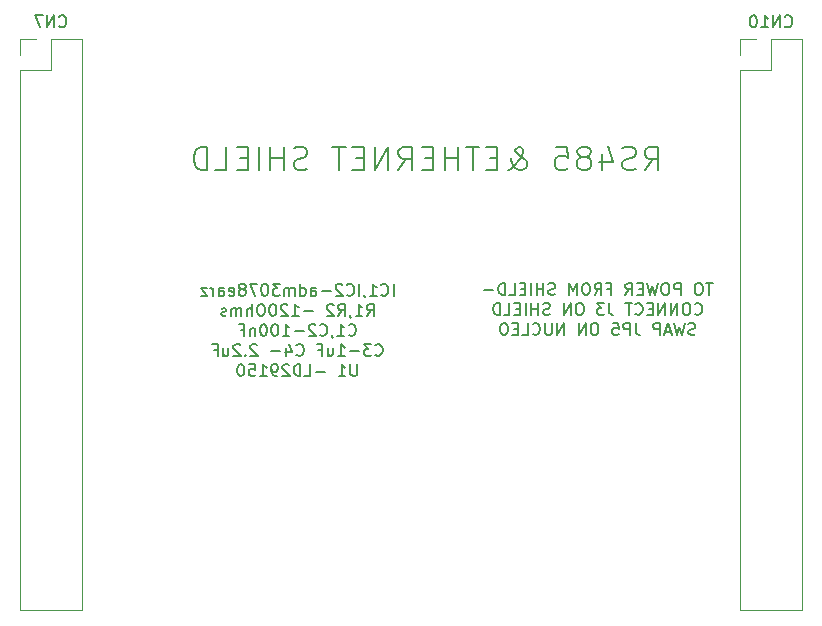
<source format=gbo>
G04 #@! TF.GenerationSoftware,KiCad,Pcbnew,(5.1.10)-1*
G04 #@! TF.CreationDate,2021-07-06T11:56:46+05:30*
G04 #@! TF.ProjectId,STM_Morpho,53544d5f-4d6f-4727-9068-6f2e6b696361,rev?*
G04 #@! TF.SameCoordinates,PX7bfa480PY7270e00*
G04 #@! TF.FileFunction,Legend,Bot*
G04 #@! TF.FilePolarity,Positive*
%FSLAX46Y46*%
G04 Gerber Fmt 4.6, Leading zero omitted, Abs format (unit mm)*
G04 Created by KiCad (PCBNEW (5.1.10)-1) date 2021-07-06 11:56:46*
%MOMM*%
%LPD*%
G01*
G04 APERTURE LIST*
%ADD10C,0.200000*%
%ADD11C,0.120000*%
G04 APERTURE END LIST*
D10*
X60538095Y29425620D02*
X59966666Y29425620D01*
X60252380Y28425620D02*
X60252380Y29425620D01*
X59442857Y29425620D02*
X59252380Y29425620D01*
X59157142Y29378000D01*
X59061904Y29282762D01*
X59014285Y29092286D01*
X59014285Y28758953D01*
X59061904Y28568477D01*
X59157142Y28473239D01*
X59252380Y28425620D01*
X59442857Y28425620D01*
X59538095Y28473239D01*
X59633333Y28568477D01*
X59680952Y28758953D01*
X59680952Y29092286D01*
X59633333Y29282762D01*
X59538095Y29378000D01*
X59442857Y29425620D01*
X57823809Y28425620D02*
X57823809Y29425620D01*
X57442857Y29425620D01*
X57347619Y29378000D01*
X57300000Y29330381D01*
X57252380Y29235143D01*
X57252380Y29092286D01*
X57300000Y28997048D01*
X57347619Y28949429D01*
X57442857Y28901810D01*
X57823809Y28901810D01*
X56633333Y29425620D02*
X56442857Y29425620D01*
X56347619Y29378000D01*
X56252380Y29282762D01*
X56204761Y29092286D01*
X56204761Y28758953D01*
X56252380Y28568477D01*
X56347619Y28473239D01*
X56442857Y28425620D01*
X56633333Y28425620D01*
X56728571Y28473239D01*
X56823809Y28568477D01*
X56871428Y28758953D01*
X56871428Y29092286D01*
X56823809Y29282762D01*
X56728571Y29378000D01*
X56633333Y29425620D01*
X55871428Y29425620D02*
X55633333Y28425620D01*
X55442857Y29139905D01*
X55252380Y28425620D01*
X55014285Y29425620D01*
X54633333Y28949429D02*
X54300000Y28949429D01*
X54157142Y28425620D02*
X54633333Y28425620D01*
X54633333Y29425620D01*
X54157142Y29425620D01*
X53157142Y28425620D02*
X53490476Y28901810D01*
X53728571Y28425620D02*
X53728571Y29425620D01*
X53347619Y29425620D01*
X53252380Y29378000D01*
X53204761Y29330381D01*
X53157142Y29235143D01*
X53157142Y29092286D01*
X53204761Y28997048D01*
X53252380Y28949429D01*
X53347619Y28901810D01*
X53728571Y28901810D01*
X51633333Y28949429D02*
X51966666Y28949429D01*
X51966666Y28425620D02*
X51966666Y29425620D01*
X51490476Y29425620D01*
X50538095Y28425620D02*
X50871428Y28901810D01*
X51109523Y28425620D02*
X51109523Y29425620D01*
X50728571Y29425620D01*
X50633333Y29378000D01*
X50585714Y29330381D01*
X50538095Y29235143D01*
X50538095Y29092286D01*
X50585714Y28997048D01*
X50633333Y28949429D01*
X50728571Y28901810D01*
X51109523Y28901810D01*
X49919047Y29425620D02*
X49728571Y29425620D01*
X49633333Y29378000D01*
X49538095Y29282762D01*
X49490476Y29092286D01*
X49490476Y28758953D01*
X49538095Y28568477D01*
X49633333Y28473239D01*
X49728571Y28425620D01*
X49919047Y28425620D01*
X50014285Y28473239D01*
X50109523Y28568477D01*
X50157142Y28758953D01*
X50157142Y29092286D01*
X50109523Y29282762D01*
X50014285Y29378000D01*
X49919047Y29425620D01*
X49061904Y28425620D02*
X49061904Y29425620D01*
X48728571Y28711334D01*
X48395238Y29425620D01*
X48395238Y28425620D01*
X47204761Y28473239D02*
X47061904Y28425620D01*
X46823809Y28425620D01*
X46728571Y28473239D01*
X46680952Y28520858D01*
X46633333Y28616096D01*
X46633333Y28711334D01*
X46680952Y28806572D01*
X46728571Y28854191D01*
X46823809Y28901810D01*
X47014285Y28949429D01*
X47109523Y28997048D01*
X47157142Y29044667D01*
X47204761Y29139905D01*
X47204761Y29235143D01*
X47157142Y29330381D01*
X47109523Y29378000D01*
X47014285Y29425620D01*
X46776190Y29425620D01*
X46633333Y29378000D01*
X46204761Y28425620D02*
X46204761Y29425620D01*
X46204761Y28949429D02*
X45633333Y28949429D01*
X45633333Y28425620D02*
X45633333Y29425620D01*
X45157142Y28425620D02*
X45157142Y29425620D01*
X44680952Y28949429D02*
X44347619Y28949429D01*
X44204761Y28425620D02*
X44680952Y28425620D01*
X44680952Y29425620D01*
X44204761Y29425620D01*
X43300000Y28425620D02*
X43776190Y28425620D01*
X43776190Y29425620D01*
X42966666Y28425620D02*
X42966666Y29425620D01*
X42728571Y29425620D01*
X42585714Y29378000D01*
X42490476Y29282762D01*
X42442857Y29187524D01*
X42395238Y28997048D01*
X42395238Y28854191D01*
X42442857Y28663715D01*
X42490476Y28568477D01*
X42585714Y28473239D01*
X42728571Y28425620D01*
X42966666Y28425620D01*
X41966666Y28806572D02*
X41204761Y28806572D01*
X59038095Y26820858D02*
X59085714Y26773239D01*
X59228571Y26725620D01*
X59323809Y26725620D01*
X59466666Y26773239D01*
X59561904Y26868477D01*
X59609523Y26963715D01*
X59657142Y27154191D01*
X59657142Y27297048D01*
X59609523Y27487524D01*
X59561904Y27582762D01*
X59466666Y27678000D01*
X59323809Y27725620D01*
X59228571Y27725620D01*
X59085714Y27678000D01*
X59038095Y27630381D01*
X58419047Y27725620D02*
X58228571Y27725620D01*
X58133333Y27678000D01*
X58038095Y27582762D01*
X57990476Y27392286D01*
X57990476Y27058953D01*
X58038095Y26868477D01*
X58133333Y26773239D01*
X58228571Y26725620D01*
X58419047Y26725620D01*
X58514285Y26773239D01*
X58609523Y26868477D01*
X58657142Y27058953D01*
X58657142Y27392286D01*
X58609523Y27582762D01*
X58514285Y27678000D01*
X58419047Y27725620D01*
X57561904Y26725620D02*
X57561904Y27725620D01*
X56990476Y26725620D01*
X56990476Y27725620D01*
X56514285Y26725620D02*
X56514285Y27725620D01*
X55942857Y26725620D01*
X55942857Y27725620D01*
X55466666Y27249429D02*
X55133333Y27249429D01*
X54990476Y26725620D02*
X55466666Y26725620D01*
X55466666Y27725620D01*
X54990476Y27725620D01*
X53990476Y26820858D02*
X54038095Y26773239D01*
X54180952Y26725620D01*
X54276190Y26725620D01*
X54419047Y26773239D01*
X54514285Y26868477D01*
X54561904Y26963715D01*
X54609523Y27154191D01*
X54609523Y27297048D01*
X54561904Y27487524D01*
X54514285Y27582762D01*
X54419047Y27678000D01*
X54276190Y27725620D01*
X54180952Y27725620D01*
X54038095Y27678000D01*
X53990476Y27630381D01*
X53704761Y27725620D02*
X53133333Y27725620D01*
X53419047Y26725620D02*
X53419047Y27725620D01*
X51752380Y27725620D02*
X51752380Y27011334D01*
X51800000Y26868477D01*
X51895238Y26773239D01*
X52038095Y26725620D01*
X52133333Y26725620D01*
X51371428Y27725620D02*
X50752380Y27725620D01*
X51085714Y27344667D01*
X50942857Y27344667D01*
X50847619Y27297048D01*
X50800000Y27249429D01*
X50752380Y27154191D01*
X50752380Y26916096D01*
X50800000Y26820858D01*
X50847619Y26773239D01*
X50942857Y26725620D01*
X51228571Y26725620D01*
X51323809Y26773239D01*
X51371428Y26820858D01*
X49371428Y27725620D02*
X49180952Y27725620D01*
X49085714Y27678000D01*
X48990476Y27582762D01*
X48942857Y27392286D01*
X48942857Y27058953D01*
X48990476Y26868477D01*
X49085714Y26773239D01*
X49180952Y26725620D01*
X49371428Y26725620D01*
X49466666Y26773239D01*
X49561904Y26868477D01*
X49609523Y27058953D01*
X49609523Y27392286D01*
X49561904Y27582762D01*
X49466666Y27678000D01*
X49371428Y27725620D01*
X48514285Y26725620D02*
X48514285Y27725620D01*
X47942857Y26725620D01*
X47942857Y27725620D01*
X46752380Y26773239D02*
X46609523Y26725620D01*
X46371428Y26725620D01*
X46276190Y26773239D01*
X46228571Y26820858D01*
X46180952Y26916096D01*
X46180952Y27011334D01*
X46228571Y27106572D01*
X46276190Y27154191D01*
X46371428Y27201810D01*
X46561904Y27249429D01*
X46657142Y27297048D01*
X46704761Y27344667D01*
X46752380Y27439905D01*
X46752380Y27535143D01*
X46704761Y27630381D01*
X46657142Y27678000D01*
X46561904Y27725620D01*
X46323809Y27725620D01*
X46180952Y27678000D01*
X45752380Y26725620D02*
X45752380Y27725620D01*
X45752380Y27249429D02*
X45180952Y27249429D01*
X45180952Y26725620D02*
X45180952Y27725620D01*
X44704761Y26725620D02*
X44704761Y27725620D01*
X44228571Y27249429D02*
X43895238Y27249429D01*
X43752380Y26725620D02*
X44228571Y26725620D01*
X44228571Y27725620D01*
X43752380Y27725620D01*
X42847619Y26725620D02*
X43323809Y26725620D01*
X43323809Y27725620D01*
X42514285Y26725620D02*
X42514285Y27725620D01*
X42276190Y27725620D01*
X42133333Y27678000D01*
X42038095Y27582762D01*
X41990476Y27487524D01*
X41942857Y27297048D01*
X41942857Y27154191D01*
X41990476Y26963715D01*
X42038095Y26868477D01*
X42133333Y26773239D01*
X42276190Y26725620D01*
X42514285Y26725620D01*
X59061904Y25073239D02*
X58919047Y25025620D01*
X58680952Y25025620D01*
X58585714Y25073239D01*
X58538095Y25120858D01*
X58490476Y25216096D01*
X58490476Y25311334D01*
X58538095Y25406572D01*
X58585714Y25454191D01*
X58680952Y25501810D01*
X58871428Y25549429D01*
X58966666Y25597048D01*
X59014285Y25644667D01*
X59061904Y25739905D01*
X59061904Y25835143D01*
X59014285Y25930381D01*
X58966666Y25978000D01*
X58871428Y26025620D01*
X58633333Y26025620D01*
X58490476Y25978000D01*
X58157142Y26025620D02*
X57919047Y25025620D01*
X57728571Y25739905D01*
X57538095Y25025620D01*
X57300000Y26025620D01*
X56966666Y25311334D02*
X56490476Y25311334D01*
X57061904Y25025620D02*
X56728571Y26025620D01*
X56395238Y25025620D01*
X56061904Y25025620D02*
X56061904Y26025620D01*
X55680952Y26025620D01*
X55585714Y25978000D01*
X55538095Y25930381D01*
X55490476Y25835143D01*
X55490476Y25692286D01*
X55538095Y25597048D01*
X55585714Y25549429D01*
X55680952Y25501810D01*
X56061904Y25501810D01*
X54014285Y26025620D02*
X54014285Y25311334D01*
X54061904Y25168477D01*
X54157142Y25073239D01*
X54300000Y25025620D01*
X54395238Y25025620D01*
X53538095Y25025620D02*
X53538095Y26025620D01*
X53157142Y26025620D01*
X53061904Y25978000D01*
X53014285Y25930381D01*
X52966666Y25835143D01*
X52966666Y25692286D01*
X53014285Y25597048D01*
X53061904Y25549429D01*
X53157142Y25501810D01*
X53538095Y25501810D01*
X52061904Y26025620D02*
X52538095Y26025620D01*
X52585714Y25549429D01*
X52538095Y25597048D01*
X52442857Y25644667D01*
X52204761Y25644667D01*
X52109523Y25597048D01*
X52061904Y25549429D01*
X52014285Y25454191D01*
X52014285Y25216096D01*
X52061904Y25120858D01*
X52109523Y25073239D01*
X52204761Y25025620D01*
X52442857Y25025620D01*
X52538095Y25073239D01*
X52585714Y25120858D01*
X50633333Y26025620D02*
X50442857Y26025620D01*
X50347619Y25978000D01*
X50252380Y25882762D01*
X50204761Y25692286D01*
X50204761Y25358953D01*
X50252380Y25168477D01*
X50347619Y25073239D01*
X50442857Y25025620D01*
X50633333Y25025620D01*
X50728571Y25073239D01*
X50823809Y25168477D01*
X50871428Y25358953D01*
X50871428Y25692286D01*
X50823809Y25882762D01*
X50728571Y25978000D01*
X50633333Y26025620D01*
X49776190Y25025620D02*
X49776190Y26025620D01*
X49204761Y25025620D01*
X49204761Y26025620D01*
X47966666Y25025620D02*
X47966666Y26025620D01*
X47395238Y25025620D01*
X47395238Y26025620D01*
X46919047Y26025620D02*
X46919047Y25216096D01*
X46871428Y25120858D01*
X46823809Y25073239D01*
X46728571Y25025620D01*
X46538095Y25025620D01*
X46442857Y25073239D01*
X46395238Y25120858D01*
X46347619Y25216096D01*
X46347619Y26025620D01*
X45300000Y25120858D02*
X45347619Y25073239D01*
X45490476Y25025620D01*
X45585714Y25025620D01*
X45728571Y25073239D01*
X45823809Y25168477D01*
X45871428Y25263715D01*
X45919047Y25454191D01*
X45919047Y25597048D01*
X45871428Y25787524D01*
X45823809Y25882762D01*
X45728571Y25978000D01*
X45585714Y26025620D01*
X45490476Y26025620D01*
X45347619Y25978000D01*
X45300000Y25930381D01*
X44395238Y25025620D02*
X44871428Y25025620D01*
X44871428Y26025620D01*
X44061904Y25549429D02*
X43728571Y25549429D01*
X43585714Y25025620D02*
X44061904Y25025620D01*
X44061904Y26025620D01*
X43585714Y26025620D01*
X42966666Y26025620D02*
X42776190Y26025620D01*
X42680952Y25978000D01*
X42585714Y25882762D01*
X42538095Y25692286D01*
X42538095Y25358953D01*
X42585714Y25168477D01*
X42680952Y25073239D01*
X42776190Y25025620D01*
X42966666Y25025620D01*
X43061904Y25073239D01*
X43157142Y25168477D01*
X43204761Y25358953D01*
X43204761Y25692286D01*
X43157142Y25882762D01*
X43061904Y25978000D01*
X42966666Y26025620D01*
X54798190Y38973239D02*
X55464857Y39925620D01*
X55941047Y38973239D02*
X55941047Y40973239D01*
X55179142Y40973239D01*
X54988666Y40878000D01*
X54893428Y40782762D01*
X54798190Y40592286D01*
X54798190Y40306572D01*
X54893428Y40116096D01*
X54988666Y40020858D01*
X55179142Y39925620D01*
X55941047Y39925620D01*
X54036285Y39068477D02*
X53750571Y38973239D01*
X53274380Y38973239D01*
X53083904Y39068477D01*
X52988666Y39163715D01*
X52893428Y39354191D01*
X52893428Y39544667D01*
X52988666Y39735143D01*
X53083904Y39830381D01*
X53274380Y39925620D01*
X53655333Y40020858D01*
X53845809Y40116096D01*
X53941047Y40211334D01*
X54036285Y40401810D01*
X54036285Y40592286D01*
X53941047Y40782762D01*
X53845809Y40878000D01*
X53655333Y40973239D01*
X53179142Y40973239D01*
X52893428Y40878000D01*
X51179142Y40306572D02*
X51179142Y38973239D01*
X51655333Y41068477D02*
X52131523Y39639905D01*
X50893428Y39639905D01*
X49845809Y40116096D02*
X50036285Y40211334D01*
X50131523Y40306572D01*
X50226761Y40497048D01*
X50226761Y40592286D01*
X50131523Y40782762D01*
X50036285Y40878000D01*
X49845809Y40973239D01*
X49464857Y40973239D01*
X49274380Y40878000D01*
X49179142Y40782762D01*
X49083904Y40592286D01*
X49083904Y40497048D01*
X49179142Y40306572D01*
X49274380Y40211334D01*
X49464857Y40116096D01*
X49845809Y40116096D01*
X50036285Y40020858D01*
X50131523Y39925620D01*
X50226761Y39735143D01*
X50226761Y39354191D01*
X50131523Y39163715D01*
X50036285Y39068477D01*
X49845809Y38973239D01*
X49464857Y38973239D01*
X49274380Y39068477D01*
X49179142Y39163715D01*
X49083904Y39354191D01*
X49083904Y39735143D01*
X49179142Y39925620D01*
X49274380Y40020858D01*
X49464857Y40116096D01*
X47274380Y40973239D02*
X48226761Y40973239D01*
X48322000Y40020858D01*
X48226761Y40116096D01*
X48036285Y40211334D01*
X47560095Y40211334D01*
X47369619Y40116096D01*
X47274380Y40020858D01*
X47179142Y39830381D01*
X47179142Y39354191D01*
X47274380Y39163715D01*
X47369619Y39068477D01*
X47560095Y38973239D01*
X48036285Y38973239D01*
X48226761Y39068477D01*
X48322000Y39163715D01*
X43179142Y38973239D02*
X43274380Y38973239D01*
X43464857Y39068477D01*
X43750571Y39354191D01*
X44226761Y39925620D01*
X44417238Y40211334D01*
X44512476Y40497048D01*
X44512476Y40687524D01*
X44417238Y40878000D01*
X44226761Y40973239D01*
X44131523Y40973239D01*
X43941047Y40878000D01*
X43845809Y40687524D01*
X43845809Y40592286D01*
X43941047Y40401810D01*
X44036285Y40306572D01*
X44607714Y39925620D01*
X44702952Y39830381D01*
X44798190Y39639905D01*
X44798190Y39354191D01*
X44702952Y39163715D01*
X44607714Y39068477D01*
X44417238Y38973239D01*
X44131523Y38973239D01*
X43941047Y39068477D01*
X43845809Y39163715D01*
X43560095Y39544667D01*
X43464857Y39830381D01*
X43464857Y40020858D01*
X42322000Y40020858D02*
X41655333Y40020858D01*
X41369619Y38973239D02*
X42322000Y38973239D01*
X42322000Y40973239D01*
X41369619Y40973239D01*
X40798190Y40973239D02*
X39655333Y40973239D01*
X40226761Y38973239D02*
X40226761Y40973239D01*
X38988666Y38973239D02*
X38988666Y40973239D01*
X38988666Y40020858D02*
X37845809Y40020858D01*
X37845809Y38973239D02*
X37845809Y40973239D01*
X36893428Y40020858D02*
X36226761Y40020858D01*
X35941047Y38973239D02*
X36893428Y38973239D01*
X36893428Y40973239D01*
X35941047Y40973239D01*
X33941047Y38973239D02*
X34607714Y39925620D01*
X35083904Y38973239D02*
X35083904Y40973239D01*
X34322000Y40973239D01*
X34131523Y40878000D01*
X34036285Y40782762D01*
X33941047Y40592286D01*
X33941047Y40306572D01*
X34036285Y40116096D01*
X34131523Y40020858D01*
X34322000Y39925620D01*
X35083904Y39925620D01*
X33083904Y38973239D02*
X33083904Y40973239D01*
X31941047Y38973239D01*
X31941047Y40973239D01*
X30988666Y40020858D02*
X30322000Y40020858D01*
X30036285Y38973239D02*
X30988666Y38973239D01*
X30988666Y40973239D01*
X30036285Y40973239D01*
X29464857Y40973239D02*
X28322000Y40973239D01*
X28893428Y38973239D02*
X28893428Y40973239D01*
X26226761Y39068477D02*
X25941047Y38973239D01*
X25464857Y38973239D01*
X25274380Y39068477D01*
X25179142Y39163715D01*
X25083904Y39354191D01*
X25083904Y39544667D01*
X25179142Y39735143D01*
X25274380Y39830381D01*
X25464857Y39925620D01*
X25845809Y40020858D01*
X26036285Y40116096D01*
X26131523Y40211334D01*
X26226761Y40401810D01*
X26226761Y40592286D01*
X26131523Y40782762D01*
X26036285Y40878000D01*
X25845809Y40973239D01*
X25369619Y40973239D01*
X25083904Y40878000D01*
X24226761Y38973239D02*
X24226761Y40973239D01*
X24226761Y40020858D02*
X23083904Y40020858D01*
X23083904Y38973239D02*
X23083904Y40973239D01*
X22131523Y38973239D02*
X22131523Y40973239D01*
X21179142Y40020858D02*
X20512476Y40020858D01*
X20226761Y38973239D02*
X21179142Y38973239D01*
X21179142Y40973239D01*
X20226761Y40973239D01*
X18417238Y38973239D02*
X19369619Y38973239D01*
X19369619Y40973239D01*
X17750571Y38973239D02*
X17750571Y40973239D01*
X17274380Y40973239D01*
X16988666Y40878000D01*
X16798190Y40687524D01*
X16702952Y40497048D01*
X16607714Y40116096D01*
X16607714Y39830381D01*
X16702952Y39449429D01*
X16798190Y39258953D01*
X16988666Y39068477D01*
X17274380Y38973239D01*
X17750571Y38973239D01*
X33519047Y28347620D02*
X33519047Y29347620D01*
X32471428Y28442858D02*
X32519047Y28395239D01*
X32661904Y28347620D01*
X32757142Y28347620D01*
X32900000Y28395239D01*
X32995238Y28490477D01*
X33042857Y28585715D01*
X33090476Y28776191D01*
X33090476Y28919048D01*
X33042857Y29109524D01*
X32995238Y29204762D01*
X32900000Y29300000D01*
X32757142Y29347620D01*
X32661904Y29347620D01*
X32519047Y29300000D01*
X32471428Y29252381D01*
X31519047Y28347620D02*
X32090476Y28347620D01*
X31804761Y28347620D02*
X31804761Y29347620D01*
X31900000Y29204762D01*
X31995238Y29109524D01*
X32090476Y29061905D01*
X31042857Y28395239D02*
X31042857Y28347620D01*
X31090476Y28252381D01*
X31138095Y28204762D01*
X30614285Y28347620D02*
X30614285Y29347620D01*
X29566666Y28442858D02*
X29614285Y28395239D01*
X29757142Y28347620D01*
X29852380Y28347620D01*
X29995238Y28395239D01*
X30090476Y28490477D01*
X30138095Y28585715D01*
X30185714Y28776191D01*
X30185714Y28919048D01*
X30138095Y29109524D01*
X30090476Y29204762D01*
X29995238Y29300000D01*
X29852380Y29347620D01*
X29757142Y29347620D01*
X29614285Y29300000D01*
X29566666Y29252381D01*
X29185714Y29252381D02*
X29138095Y29300000D01*
X29042857Y29347620D01*
X28804761Y29347620D01*
X28709523Y29300000D01*
X28661904Y29252381D01*
X28614285Y29157143D01*
X28614285Y29061905D01*
X28661904Y28919048D01*
X29233333Y28347620D01*
X28614285Y28347620D01*
X28185714Y28728572D02*
X27423809Y28728572D01*
X26519047Y28347620D02*
X26519047Y28871429D01*
X26566666Y28966667D01*
X26661904Y29014286D01*
X26852380Y29014286D01*
X26947619Y28966667D01*
X26519047Y28395239D02*
X26614285Y28347620D01*
X26852380Y28347620D01*
X26947619Y28395239D01*
X26995238Y28490477D01*
X26995238Y28585715D01*
X26947619Y28680953D01*
X26852380Y28728572D01*
X26614285Y28728572D01*
X26519047Y28776191D01*
X25614285Y28347620D02*
X25614285Y29347620D01*
X25614285Y28395239D02*
X25709523Y28347620D01*
X25900000Y28347620D01*
X25995238Y28395239D01*
X26042857Y28442858D01*
X26090476Y28538096D01*
X26090476Y28823810D01*
X26042857Y28919048D01*
X25995238Y28966667D01*
X25900000Y29014286D01*
X25709523Y29014286D01*
X25614285Y28966667D01*
X25138095Y28347620D02*
X25138095Y29014286D01*
X25138095Y28919048D02*
X25090476Y28966667D01*
X24995238Y29014286D01*
X24852380Y29014286D01*
X24757142Y28966667D01*
X24709523Y28871429D01*
X24709523Y28347620D01*
X24709523Y28871429D02*
X24661904Y28966667D01*
X24566666Y29014286D01*
X24423809Y29014286D01*
X24328571Y28966667D01*
X24280952Y28871429D01*
X24280952Y28347620D01*
X23900000Y29347620D02*
X23280952Y29347620D01*
X23614285Y28966667D01*
X23471428Y28966667D01*
X23376190Y28919048D01*
X23328571Y28871429D01*
X23280952Y28776191D01*
X23280952Y28538096D01*
X23328571Y28442858D01*
X23376190Y28395239D01*
X23471428Y28347620D01*
X23757142Y28347620D01*
X23852380Y28395239D01*
X23900000Y28442858D01*
X22661904Y29347620D02*
X22566666Y29347620D01*
X22471428Y29300000D01*
X22423809Y29252381D01*
X22376190Y29157143D01*
X22328571Y28966667D01*
X22328571Y28728572D01*
X22376190Y28538096D01*
X22423809Y28442858D01*
X22471428Y28395239D01*
X22566666Y28347620D01*
X22661904Y28347620D01*
X22757142Y28395239D01*
X22804761Y28442858D01*
X22852380Y28538096D01*
X22900000Y28728572D01*
X22900000Y28966667D01*
X22852380Y29157143D01*
X22804761Y29252381D01*
X22757142Y29300000D01*
X22661904Y29347620D01*
X21995238Y29347620D02*
X21328571Y29347620D01*
X21757142Y28347620D01*
X20804761Y28919048D02*
X20900000Y28966667D01*
X20947619Y29014286D01*
X20995238Y29109524D01*
X20995238Y29157143D01*
X20947619Y29252381D01*
X20900000Y29300000D01*
X20804761Y29347620D01*
X20614285Y29347620D01*
X20519047Y29300000D01*
X20471428Y29252381D01*
X20423809Y29157143D01*
X20423809Y29109524D01*
X20471428Y29014286D01*
X20519047Y28966667D01*
X20614285Y28919048D01*
X20804761Y28919048D01*
X20900000Y28871429D01*
X20947619Y28823810D01*
X20995238Y28728572D01*
X20995238Y28538096D01*
X20947619Y28442858D01*
X20900000Y28395239D01*
X20804761Y28347620D01*
X20614285Y28347620D01*
X20519047Y28395239D01*
X20471428Y28442858D01*
X20423809Y28538096D01*
X20423809Y28728572D01*
X20471428Y28823810D01*
X20519047Y28871429D01*
X20614285Y28919048D01*
X19614285Y28395239D02*
X19709523Y28347620D01*
X19900000Y28347620D01*
X19995238Y28395239D01*
X20042857Y28490477D01*
X20042857Y28871429D01*
X19995238Y28966667D01*
X19900000Y29014286D01*
X19709523Y29014286D01*
X19614285Y28966667D01*
X19566666Y28871429D01*
X19566666Y28776191D01*
X20042857Y28680953D01*
X18709523Y28347620D02*
X18709523Y28871429D01*
X18757142Y28966667D01*
X18852380Y29014286D01*
X19042857Y29014286D01*
X19138095Y28966667D01*
X18709523Y28395239D02*
X18804761Y28347620D01*
X19042857Y28347620D01*
X19138095Y28395239D01*
X19185714Y28490477D01*
X19185714Y28585715D01*
X19138095Y28680953D01*
X19042857Y28728572D01*
X18804761Y28728572D01*
X18709523Y28776191D01*
X18233333Y28347620D02*
X18233333Y29014286D01*
X18233333Y28823810D02*
X18185714Y28919048D01*
X18138095Y28966667D01*
X18042857Y29014286D01*
X17947619Y29014286D01*
X17709523Y29014286D02*
X17185714Y29014286D01*
X17709523Y28347620D01*
X17185714Y28347620D01*
X31257142Y26647620D02*
X31590476Y27123810D01*
X31828571Y26647620D02*
X31828571Y27647620D01*
X31447619Y27647620D01*
X31352380Y27600000D01*
X31304761Y27552381D01*
X31257142Y27457143D01*
X31257142Y27314286D01*
X31304761Y27219048D01*
X31352380Y27171429D01*
X31447619Y27123810D01*
X31828571Y27123810D01*
X30304761Y26647620D02*
X30876190Y26647620D01*
X30590476Y26647620D02*
X30590476Y27647620D01*
X30685714Y27504762D01*
X30780952Y27409524D01*
X30876190Y27361905D01*
X29828571Y26695239D02*
X29828571Y26647620D01*
X29876190Y26552381D01*
X29923809Y26504762D01*
X28828571Y26647620D02*
X29161904Y27123810D01*
X29400000Y26647620D02*
X29400000Y27647620D01*
X29019047Y27647620D01*
X28923809Y27600000D01*
X28876190Y27552381D01*
X28828571Y27457143D01*
X28828571Y27314286D01*
X28876190Y27219048D01*
X28923809Y27171429D01*
X29019047Y27123810D01*
X29400000Y27123810D01*
X28447619Y27552381D02*
X28400000Y27600000D01*
X28304761Y27647620D01*
X28066666Y27647620D01*
X27971428Y27600000D01*
X27923809Y27552381D01*
X27876190Y27457143D01*
X27876190Y27361905D01*
X27923809Y27219048D01*
X28495238Y26647620D01*
X27876190Y26647620D01*
X26685714Y27028572D02*
X25923809Y27028572D01*
X24923809Y26647620D02*
X25495238Y26647620D01*
X25209523Y26647620D02*
X25209523Y27647620D01*
X25304761Y27504762D01*
X25400000Y27409524D01*
X25495238Y27361905D01*
X24542857Y27552381D02*
X24495238Y27600000D01*
X24400000Y27647620D01*
X24161904Y27647620D01*
X24066666Y27600000D01*
X24019047Y27552381D01*
X23971428Y27457143D01*
X23971428Y27361905D01*
X24019047Y27219048D01*
X24590476Y26647620D01*
X23971428Y26647620D01*
X23352380Y27647620D02*
X23257142Y27647620D01*
X23161904Y27600000D01*
X23114285Y27552381D01*
X23066666Y27457143D01*
X23019047Y27266667D01*
X23019047Y27028572D01*
X23066666Y26838096D01*
X23114285Y26742858D01*
X23161904Y26695239D01*
X23257142Y26647620D01*
X23352380Y26647620D01*
X23447619Y26695239D01*
X23495238Y26742858D01*
X23542857Y26838096D01*
X23590476Y27028572D01*
X23590476Y27266667D01*
X23542857Y27457143D01*
X23495238Y27552381D01*
X23447619Y27600000D01*
X23352380Y27647620D01*
X22400000Y27647620D02*
X22209523Y27647620D01*
X22114285Y27600000D01*
X22019047Y27504762D01*
X21971428Y27314286D01*
X21971428Y26980953D01*
X22019047Y26790477D01*
X22114285Y26695239D01*
X22209523Y26647620D01*
X22400000Y26647620D01*
X22495238Y26695239D01*
X22590476Y26790477D01*
X22638095Y26980953D01*
X22638095Y27314286D01*
X22590476Y27504762D01*
X22495238Y27600000D01*
X22400000Y27647620D01*
X21542857Y26647620D02*
X21542857Y27647620D01*
X21114285Y26647620D02*
X21114285Y27171429D01*
X21161904Y27266667D01*
X21257142Y27314286D01*
X21400000Y27314286D01*
X21495238Y27266667D01*
X21542857Y27219048D01*
X20638095Y26647620D02*
X20638095Y27314286D01*
X20638095Y27219048D02*
X20590476Y27266667D01*
X20495238Y27314286D01*
X20352380Y27314286D01*
X20257142Y27266667D01*
X20209523Y27171429D01*
X20209523Y26647620D01*
X20209523Y27171429D02*
X20161904Y27266667D01*
X20066666Y27314286D01*
X19923809Y27314286D01*
X19828571Y27266667D01*
X19780952Y27171429D01*
X19780952Y26647620D01*
X19352380Y26695239D02*
X19257142Y26647620D01*
X19066666Y26647620D01*
X18971428Y26695239D01*
X18923809Y26790477D01*
X18923809Y26838096D01*
X18971428Y26933334D01*
X19066666Y26980953D01*
X19209523Y26980953D01*
X19304761Y27028572D01*
X19352380Y27123810D01*
X19352380Y27171429D01*
X19304761Y27266667D01*
X19209523Y27314286D01*
X19066666Y27314286D01*
X18971428Y27266667D01*
X29709523Y25042858D02*
X29757142Y24995239D01*
X29900000Y24947620D01*
X29995238Y24947620D01*
X30138095Y24995239D01*
X30233333Y25090477D01*
X30280952Y25185715D01*
X30328571Y25376191D01*
X30328571Y25519048D01*
X30280952Y25709524D01*
X30233333Y25804762D01*
X30138095Y25900000D01*
X29995238Y25947620D01*
X29900000Y25947620D01*
X29757142Y25900000D01*
X29709523Y25852381D01*
X28757142Y24947620D02*
X29328571Y24947620D01*
X29042857Y24947620D02*
X29042857Y25947620D01*
X29138095Y25804762D01*
X29233333Y25709524D01*
X29328571Y25661905D01*
X28280952Y24995239D02*
X28280952Y24947620D01*
X28328571Y24852381D01*
X28376190Y24804762D01*
X27280952Y25042858D02*
X27328571Y24995239D01*
X27471428Y24947620D01*
X27566666Y24947620D01*
X27709523Y24995239D01*
X27804761Y25090477D01*
X27852380Y25185715D01*
X27900000Y25376191D01*
X27900000Y25519048D01*
X27852380Y25709524D01*
X27804761Y25804762D01*
X27709523Y25900000D01*
X27566666Y25947620D01*
X27471428Y25947620D01*
X27328571Y25900000D01*
X27280952Y25852381D01*
X26900000Y25852381D02*
X26852380Y25900000D01*
X26757142Y25947620D01*
X26519047Y25947620D01*
X26423809Y25900000D01*
X26376190Y25852381D01*
X26328571Y25757143D01*
X26328571Y25661905D01*
X26376190Y25519048D01*
X26947619Y24947620D01*
X26328571Y24947620D01*
X25900000Y25328572D02*
X25138095Y25328572D01*
X24138095Y24947620D02*
X24709523Y24947620D01*
X24423809Y24947620D02*
X24423809Y25947620D01*
X24519047Y25804762D01*
X24614285Y25709524D01*
X24709523Y25661905D01*
X23519047Y25947620D02*
X23423809Y25947620D01*
X23328571Y25900000D01*
X23280952Y25852381D01*
X23233333Y25757143D01*
X23185714Y25566667D01*
X23185714Y25328572D01*
X23233333Y25138096D01*
X23280952Y25042858D01*
X23328571Y24995239D01*
X23423809Y24947620D01*
X23519047Y24947620D01*
X23614285Y24995239D01*
X23661904Y25042858D01*
X23709523Y25138096D01*
X23757142Y25328572D01*
X23757142Y25566667D01*
X23709523Y25757143D01*
X23661904Y25852381D01*
X23614285Y25900000D01*
X23519047Y25947620D01*
X22566666Y25947620D02*
X22471428Y25947620D01*
X22376190Y25900000D01*
X22328571Y25852381D01*
X22280952Y25757143D01*
X22233333Y25566667D01*
X22233333Y25328572D01*
X22280952Y25138096D01*
X22328571Y25042858D01*
X22376190Y24995239D01*
X22471428Y24947620D01*
X22566666Y24947620D01*
X22661904Y24995239D01*
X22709523Y25042858D01*
X22757142Y25138096D01*
X22804761Y25328572D01*
X22804761Y25566667D01*
X22757142Y25757143D01*
X22709523Y25852381D01*
X22661904Y25900000D01*
X22566666Y25947620D01*
X21804761Y25614286D02*
X21804761Y24947620D01*
X21804761Y25519048D02*
X21757142Y25566667D01*
X21661904Y25614286D01*
X21519047Y25614286D01*
X21423809Y25566667D01*
X21376190Y25471429D01*
X21376190Y24947620D01*
X20566666Y25471429D02*
X20900000Y25471429D01*
X20900000Y24947620D02*
X20900000Y25947620D01*
X20423809Y25947620D01*
X31971428Y23342858D02*
X32019047Y23295239D01*
X32161904Y23247620D01*
X32257142Y23247620D01*
X32400000Y23295239D01*
X32495238Y23390477D01*
X32542857Y23485715D01*
X32590476Y23676191D01*
X32590476Y23819048D01*
X32542857Y24009524D01*
X32495238Y24104762D01*
X32400000Y24200000D01*
X32257142Y24247620D01*
X32161904Y24247620D01*
X32019047Y24200000D01*
X31971428Y24152381D01*
X31638095Y24247620D02*
X31019047Y24247620D01*
X31352380Y23866667D01*
X31209523Y23866667D01*
X31114285Y23819048D01*
X31066666Y23771429D01*
X31019047Y23676191D01*
X31019047Y23438096D01*
X31066666Y23342858D01*
X31114285Y23295239D01*
X31209523Y23247620D01*
X31495238Y23247620D01*
X31590476Y23295239D01*
X31638095Y23342858D01*
X30590476Y23628572D02*
X29828571Y23628572D01*
X28828571Y23247620D02*
X29400000Y23247620D01*
X29114285Y23247620D02*
X29114285Y24247620D01*
X29209523Y24104762D01*
X29304761Y24009524D01*
X29400000Y23961905D01*
X27971428Y23914286D02*
X27971428Y23247620D01*
X28400000Y23914286D02*
X28400000Y23390477D01*
X28352380Y23295239D01*
X28257142Y23247620D01*
X28114285Y23247620D01*
X28019047Y23295239D01*
X27971428Y23342858D01*
X27161904Y23771429D02*
X27495238Y23771429D01*
X27495238Y23247620D02*
X27495238Y24247620D01*
X27019047Y24247620D01*
X25304761Y23342858D02*
X25352380Y23295239D01*
X25495238Y23247620D01*
X25590476Y23247620D01*
X25733333Y23295239D01*
X25828571Y23390477D01*
X25876190Y23485715D01*
X25923809Y23676191D01*
X25923809Y23819048D01*
X25876190Y24009524D01*
X25828571Y24104762D01*
X25733333Y24200000D01*
X25590476Y24247620D01*
X25495238Y24247620D01*
X25352380Y24200000D01*
X25304761Y24152381D01*
X24447619Y23914286D02*
X24447619Y23247620D01*
X24685714Y24295239D02*
X24923809Y23580953D01*
X24304761Y23580953D01*
X23923809Y23628572D02*
X23161904Y23628572D01*
X21971428Y24152381D02*
X21923809Y24200000D01*
X21828571Y24247620D01*
X21590476Y24247620D01*
X21495238Y24200000D01*
X21447619Y24152381D01*
X21400000Y24057143D01*
X21400000Y23961905D01*
X21447619Y23819048D01*
X22019047Y23247620D01*
X21400000Y23247620D01*
X20971428Y23342858D02*
X20923809Y23295239D01*
X20971428Y23247620D01*
X21019047Y23295239D01*
X20971428Y23342858D01*
X20971428Y23247620D01*
X20542857Y24152381D02*
X20495238Y24200000D01*
X20400000Y24247620D01*
X20161904Y24247620D01*
X20066666Y24200000D01*
X20019047Y24152381D01*
X19971428Y24057143D01*
X19971428Y23961905D01*
X20019047Y23819048D01*
X20590476Y23247620D01*
X19971428Y23247620D01*
X19114285Y23914286D02*
X19114285Y23247620D01*
X19542857Y23914286D02*
X19542857Y23390477D01*
X19495238Y23295239D01*
X19400000Y23247620D01*
X19257142Y23247620D01*
X19161904Y23295239D01*
X19114285Y23342858D01*
X18304761Y23771429D02*
X18638095Y23771429D01*
X18638095Y23247620D02*
X18638095Y24247620D01*
X18161904Y24247620D01*
X30447619Y22547620D02*
X30447619Y21738096D01*
X30400000Y21642858D01*
X30352380Y21595239D01*
X30257142Y21547620D01*
X30066666Y21547620D01*
X29971428Y21595239D01*
X29923809Y21642858D01*
X29876190Y21738096D01*
X29876190Y22547620D01*
X28876190Y21547620D02*
X29447619Y21547620D01*
X29161904Y21547620D02*
X29161904Y22547620D01*
X29257142Y22404762D01*
X29352380Y22309524D01*
X29447619Y22261905D01*
X27685714Y21928572D02*
X26923809Y21928572D01*
X25971428Y21547620D02*
X26447619Y21547620D01*
X26447619Y22547620D01*
X25638095Y21547620D02*
X25638095Y22547620D01*
X25400000Y22547620D01*
X25257142Y22500000D01*
X25161904Y22404762D01*
X25114285Y22309524D01*
X25066666Y22119048D01*
X25066666Y21976191D01*
X25114285Y21785715D01*
X25161904Y21690477D01*
X25257142Y21595239D01*
X25400000Y21547620D01*
X25638095Y21547620D01*
X24685714Y22452381D02*
X24638095Y22500000D01*
X24542857Y22547620D01*
X24304761Y22547620D01*
X24209523Y22500000D01*
X24161904Y22452381D01*
X24114285Y22357143D01*
X24114285Y22261905D01*
X24161904Y22119048D01*
X24733333Y21547620D01*
X24114285Y21547620D01*
X23638095Y21547620D02*
X23447619Y21547620D01*
X23352380Y21595239D01*
X23304761Y21642858D01*
X23209523Y21785715D01*
X23161904Y21976191D01*
X23161904Y22357143D01*
X23209523Y22452381D01*
X23257142Y22500000D01*
X23352380Y22547620D01*
X23542857Y22547620D01*
X23638095Y22500000D01*
X23685714Y22452381D01*
X23733333Y22357143D01*
X23733333Y22119048D01*
X23685714Y22023810D01*
X23638095Y21976191D01*
X23542857Y21928572D01*
X23352380Y21928572D01*
X23257142Y21976191D01*
X23209523Y22023810D01*
X23161904Y22119048D01*
X22209523Y21547620D02*
X22780952Y21547620D01*
X22495238Y21547620D02*
X22495238Y22547620D01*
X22590476Y22404762D01*
X22685714Y22309524D01*
X22780952Y22261905D01*
X21304761Y22547620D02*
X21780952Y22547620D01*
X21828571Y22071429D01*
X21780952Y22119048D01*
X21685714Y22166667D01*
X21447619Y22166667D01*
X21352380Y22119048D01*
X21304761Y22071429D01*
X21257142Y21976191D01*
X21257142Y21738096D01*
X21304761Y21642858D01*
X21352380Y21595239D01*
X21447619Y21547620D01*
X21685714Y21547620D01*
X21780952Y21595239D01*
X21828571Y21642858D01*
X20638095Y22547620D02*
X20542857Y22547620D01*
X20447619Y22500000D01*
X20400000Y22452381D01*
X20352380Y22357143D01*
X20304761Y22166667D01*
X20304761Y21928572D01*
X20352380Y21738096D01*
X20400000Y21642858D01*
X20447619Y21595239D01*
X20542857Y21547620D01*
X20638095Y21547620D01*
X20733333Y21595239D01*
X20780952Y21642858D01*
X20828571Y21738096D01*
X20876190Y21928572D01*
X20876190Y22166667D01*
X20828571Y22357143D01*
X20780952Y22452381D01*
X20733333Y22500000D01*
X20638095Y22547620D01*
D11*
G04 #@! TO.C,CN10*
X68080000Y50090000D02*
X65480000Y50090000D01*
X68080000Y50090000D02*
X68080000Y1710000D01*
X68080000Y1710000D02*
X62880000Y1710000D01*
X62880000Y47490000D02*
X62880000Y1710000D01*
X65480000Y47490000D02*
X62880000Y47490000D01*
X65480000Y50090000D02*
X65480000Y47490000D01*
X62880000Y50090000D02*
X62880000Y48760000D01*
X64210000Y50090000D02*
X62880000Y50090000D01*
G04 #@! TO.C,CN7*
X7120000Y50090000D02*
X4520000Y50090000D01*
X7120000Y50090000D02*
X7120000Y1710000D01*
X7120000Y1710000D02*
X1920000Y1710000D01*
X1920000Y47490000D02*
X1920000Y1710000D01*
X4520000Y47490000D02*
X1920000Y47490000D01*
X4520000Y50090000D02*
X4520000Y47490000D01*
X1920000Y50090000D02*
X1920000Y48760000D01*
X3250000Y50090000D02*
X1920000Y50090000D01*
G04 #@! TO.C,CN10*
D10*
X66646666Y51172858D02*
X66694285Y51125239D01*
X66837142Y51077620D01*
X66932380Y51077620D01*
X67075238Y51125239D01*
X67170476Y51220477D01*
X67218095Y51315715D01*
X67265714Y51506191D01*
X67265714Y51649048D01*
X67218095Y51839524D01*
X67170476Y51934762D01*
X67075238Y52030000D01*
X66932380Y52077620D01*
X66837142Y52077620D01*
X66694285Y52030000D01*
X66646666Y51982381D01*
X66218095Y51077620D02*
X66218095Y52077620D01*
X65646666Y51077620D01*
X65646666Y52077620D01*
X64646666Y51077620D02*
X65218095Y51077620D01*
X64932380Y51077620D02*
X64932380Y52077620D01*
X65027619Y51934762D01*
X65122857Y51839524D01*
X65218095Y51791905D01*
X64027619Y52077620D02*
X63932380Y52077620D01*
X63837142Y52030000D01*
X63789523Y51982381D01*
X63741904Y51887143D01*
X63694285Y51696667D01*
X63694285Y51458572D01*
X63741904Y51268096D01*
X63789523Y51172858D01*
X63837142Y51125239D01*
X63932380Y51077620D01*
X64027619Y51077620D01*
X64122857Y51125239D01*
X64170476Y51172858D01*
X64218095Y51268096D01*
X64265714Y51458572D01*
X64265714Y51696667D01*
X64218095Y51887143D01*
X64170476Y51982381D01*
X64122857Y52030000D01*
X64027619Y52077620D01*
G04 #@! TO.C,CN7*
X5210476Y51172858D02*
X5258095Y51125239D01*
X5400952Y51077620D01*
X5496190Y51077620D01*
X5639047Y51125239D01*
X5734285Y51220477D01*
X5781904Y51315715D01*
X5829523Y51506191D01*
X5829523Y51649048D01*
X5781904Y51839524D01*
X5734285Y51934762D01*
X5639047Y52030000D01*
X5496190Y52077620D01*
X5400952Y52077620D01*
X5258095Y52030000D01*
X5210476Y51982381D01*
X4781904Y51077620D02*
X4781904Y52077620D01*
X4210476Y51077620D01*
X4210476Y52077620D01*
X3829523Y52077620D02*
X3162857Y52077620D01*
X3591428Y51077620D01*
G04 #@! TD*
M02*

</source>
